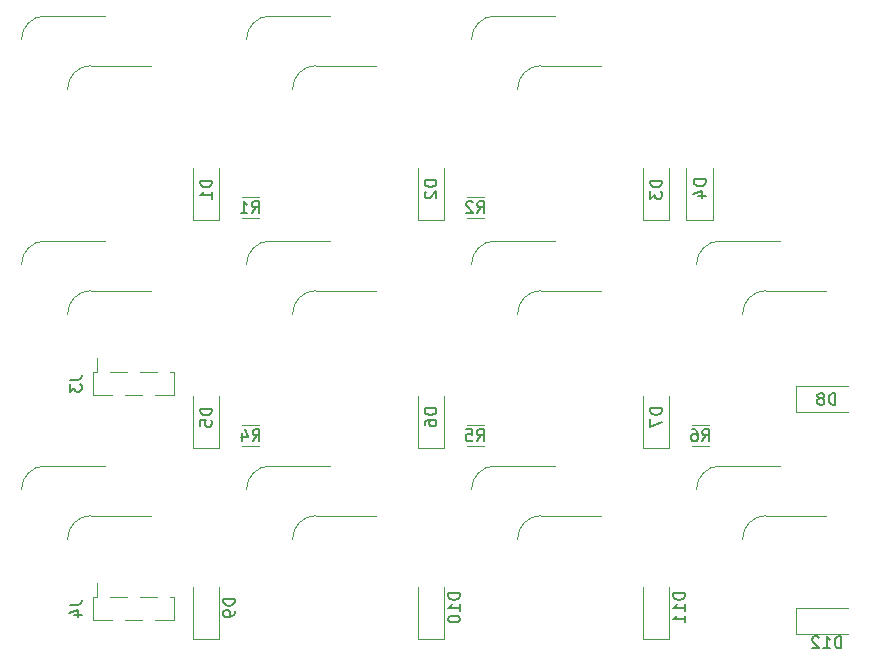
<source format=gbr>
G04 #@! TF.GenerationSoftware,KiCad,Pcbnew,8.0.6*
G04 #@! TF.CreationDate,2024-11-16T10:54:58+01:00*
G04 #@! TF.ProjectId,SwitchPCB,53776974-6368-4504-9342-2e6b69636164,rev?*
G04 #@! TF.SameCoordinates,Original*
G04 #@! TF.FileFunction,Legend,Bot*
G04 #@! TF.FilePolarity,Positive*
%FSLAX46Y46*%
G04 Gerber Fmt 4.6, Leading zero omitted, Abs format (unit mm)*
G04 Created by KiCad (PCBNEW 8.0.6) date 2024-11-16 10:54:58*
%MOMM*%
%LPD*%
G01*
G04 APERTURE LIST*
%ADD10C,0.150000*%
%ADD11C,0.120000*%
G04 APERTURE END LIST*
D10*
X167216666Y-70612819D02*
X167549999Y-70136628D01*
X167788094Y-70612819D02*
X167788094Y-69612819D01*
X167788094Y-69612819D02*
X167407142Y-69612819D01*
X167407142Y-69612819D02*
X167311904Y-69660438D01*
X167311904Y-69660438D02*
X167264285Y-69708057D01*
X167264285Y-69708057D02*
X167216666Y-69803295D01*
X167216666Y-69803295D02*
X167216666Y-69946152D01*
X167216666Y-69946152D02*
X167264285Y-70041390D01*
X167264285Y-70041390D02*
X167311904Y-70089009D01*
X167311904Y-70089009D02*
X167407142Y-70136628D01*
X167407142Y-70136628D02*
X167788094Y-70136628D01*
X166835713Y-69708057D02*
X166788094Y-69660438D01*
X166788094Y-69660438D02*
X166692856Y-69612819D01*
X166692856Y-69612819D02*
X166454761Y-69612819D01*
X166454761Y-69612819D02*
X166359523Y-69660438D01*
X166359523Y-69660438D02*
X166311904Y-69708057D01*
X166311904Y-69708057D02*
X166264285Y-69803295D01*
X166264285Y-69803295D02*
X166264285Y-69898533D01*
X166264285Y-69898533D02*
X166311904Y-70041390D01*
X166311904Y-70041390D02*
X166883332Y-70612819D01*
X166883332Y-70612819D02*
X166264285Y-70612819D01*
X186554819Y-67761905D02*
X185554819Y-67761905D01*
X185554819Y-67761905D02*
X185554819Y-68000000D01*
X185554819Y-68000000D02*
X185602438Y-68142857D01*
X185602438Y-68142857D02*
X185697676Y-68238095D01*
X185697676Y-68238095D02*
X185792914Y-68285714D01*
X185792914Y-68285714D02*
X185983390Y-68333333D01*
X185983390Y-68333333D02*
X186126247Y-68333333D01*
X186126247Y-68333333D02*
X186316723Y-68285714D01*
X186316723Y-68285714D02*
X186411961Y-68238095D01*
X186411961Y-68238095D02*
X186507200Y-68142857D01*
X186507200Y-68142857D02*
X186554819Y-68000000D01*
X186554819Y-68000000D02*
X186554819Y-67761905D01*
X185888152Y-69190476D02*
X186554819Y-69190476D01*
X185507200Y-68952381D02*
X186221485Y-68714286D01*
X186221485Y-68714286D02*
X186221485Y-69333333D01*
X132717319Y-103766666D02*
X133431604Y-103766666D01*
X133431604Y-103766666D02*
X133574461Y-103719047D01*
X133574461Y-103719047D02*
X133669700Y-103623809D01*
X133669700Y-103623809D02*
X133717319Y-103480952D01*
X133717319Y-103480952D02*
X133717319Y-103385714D01*
X133050652Y-104671428D02*
X133717319Y-104671428D01*
X132669700Y-104433333D02*
X133383985Y-104195238D01*
X133383985Y-104195238D02*
X133383985Y-104814285D01*
X165749819Y-102793714D02*
X164749819Y-102793714D01*
X164749819Y-102793714D02*
X164749819Y-103031809D01*
X164749819Y-103031809D02*
X164797438Y-103174666D01*
X164797438Y-103174666D02*
X164892676Y-103269904D01*
X164892676Y-103269904D02*
X164987914Y-103317523D01*
X164987914Y-103317523D02*
X165178390Y-103365142D01*
X165178390Y-103365142D02*
X165321247Y-103365142D01*
X165321247Y-103365142D02*
X165511723Y-103317523D01*
X165511723Y-103317523D02*
X165606961Y-103269904D01*
X165606961Y-103269904D02*
X165702200Y-103174666D01*
X165702200Y-103174666D02*
X165749819Y-103031809D01*
X165749819Y-103031809D02*
X165749819Y-102793714D01*
X165749819Y-104317523D02*
X165749819Y-103746095D01*
X165749819Y-104031809D02*
X164749819Y-104031809D01*
X164749819Y-104031809D02*
X164892676Y-103936571D01*
X164892676Y-103936571D02*
X164987914Y-103841333D01*
X164987914Y-103841333D02*
X165035533Y-103746095D01*
X164749819Y-104936571D02*
X164749819Y-105031809D01*
X164749819Y-105031809D02*
X164797438Y-105127047D01*
X164797438Y-105127047D02*
X164845057Y-105174666D01*
X164845057Y-105174666D02*
X164940295Y-105222285D01*
X164940295Y-105222285D02*
X165130771Y-105269904D01*
X165130771Y-105269904D02*
X165368866Y-105269904D01*
X165368866Y-105269904D02*
X165559342Y-105222285D01*
X165559342Y-105222285D02*
X165654580Y-105174666D01*
X165654580Y-105174666D02*
X165702200Y-105127047D01*
X165702200Y-105127047D02*
X165749819Y-105031809D01*
X165749819Y-105031809D02*
X165749819Y-104936571D01*
X165749819Y-104936571D02*
X165702200Y-104841333D01*
X165702200Y-104841333D02*
X165654580Y-104793714D01*
X165654580Y-104793714D02*
X165559342Y-104746095D01*
X165559342Y-104746095D02*
X165368866Y-104698476D01*
X165368866Y-104698476D02*
X165130771Y-104698476D01*
X165130771Y-104698476D02*
X164940295Y-104746095D01*
X164940295Y-104746095D02*
X164845057Y-104793714D01*
X164845057Y-104793714D02*
X164797438Y-104841333D01*
X164797438Y-104841333D02*
X164749819Y-104936571D01*
X197538094Y-86854819D02*
X197538094Y-85854819D01*
X197538094Y-85854819D02*
X197299999Y-85854819D01*
X197299999Y-85854819D02*
X197157142Y-85902438D01*
X197157142Y-85902438D02*
X197061904Y-85997676D01*
X197061904Y-85997676D02*
X197014285Y-86092914D01*
X197014285Y-86092914D02*
X196966666Y-86283390D01*
X196966666Y-86283390D02*
X196966666Y-86426247D01*
X196966666Y-86426247D02*
X197014285Y-86616723D01*
X197014285Y-86616723D02*
X197061904Y-86711961D01*
X197061904Y-86711961D02*
X197157142Y-86807200D01*
X197157142Y-86807200D02*
X197299999Y-86854819D01*
X197299999Y-86854819D02*
X197538094Y-86854819D01*
X196395237Y-86283390D02*
X196490475Y-86235771D01*
X196490475Y-86235771D02*
X196538094Y-86188152D01*
X196538094Y-86188152D02*
X196585713Y-86092914D01*
X196585713Y-86092914D02*
X196585713Y-86045295D01*
X196585713Y-86045295D02*
X196538094Y-85950057D01*
X196538094Y-85950057D02*
X196490475Y-85902438D01*
X196490475Y-85902438D02*
X196395237Y-85854819D01*
X196395237Y-85854819D02*
X196204761Y-85854819D01*
X196204761Y-85854819D02*
X196109523Y-85902438D01*
X196109523Y-85902438D02*
X196061904Y-85950057D01*
X196061904Y-85950057D02*
X196014285Y-86045295D01*
X196014285Y-86045295D02*
X196014285Y-86092914D01*
X196014285Y-86092914D02*
X196061904Y-86188152D01*
X196061904Y-86188152D02*
X196109523Y-86235771D01*
X196109523Y-86235771D02*
X196204761Y-86283390D01*
X196204761Y-86283390D02*
X196395237Y-86283390D01*
X196395237Y-86283390D02*
X196490475Y-86331009D01*
X196490475Y-86331009D02*
X196538094Y-86378628D01*
X196538094Y-86378628D02*
X196585713Y-86473866D01*
X196585713Y-86473866D02*
X196585713Y-86664342D01*
X196585713Y-86664342D02*
X196538094Y-86759580D01*
X196538094Y-86759580D02*
X196490475Y-86807200D01*
X196490475Y-86807200D02*
X196395237Y-86854819D01*
X196395237Y-86854819D02*
X196204761Y-86854819D01*
X196204761Y-86854819D02*
X196109523Y-86807200D01*
X196109523Y-86807200D02*
X196061904Y-86759580D01*
X196061904Y-86759580D02*
X196014285Y-86664342D01*
X196014285Y-86664342D02*
X196014285Y-86473866D01*
X196014285Y-86473866D02*
X196061904Y-86378628D01*
X196061904Y-86378628D02*
X196109523Y-86331009D01*
X196109523Y-86331009D02*
X196204761Y-86283390D01*
X146699819Y-103269905D02*
X145699819Y-103269905D01*
X145699819Y-103269905D02*
X145699819Y-103508000D01*
X145699819Y-103508000D02*
X145747438Y-103650857D01*
X145747438Y-103650857D02*
X145842676Y-103746095D01*
X145842676Y-103746095D02*
X145937914Y-103793714D01*
X145937914Y-103793714D02*
X146128390Y-103841333D01*
X146128390Y-103841333D02*
X146271247Y-103841333D01*
X146271247Y-103841333D02*
X146461723Y-103793714D01*
X146461723Y-103793714D02*
X146556961Y-103746095D01*
X146556961Y-103746095D02*
X146652200Y-103650857D01*
X146652200Y-103650857D02*
X146699819Y-103508000D01*
X146699819Y-103508000D02*
X146699819Y-103269905D01*
X146699819Y-104317524D02*
X146699819Y-104508000D01*
X146699819Y-104508000D02*
X146652200Y-104603238D01*
X146652200Y-104603238D02*
X146604580Y-104650857D01*
X146604580Y-104650857D02*
X146461723Y-104746095D01*
X146461723Y-104746095D02*
X146271247Y-104793714D01*
X146271247Y-104793714D02*
X145890295Y-104793714D01*
X145890295Y-104793714D02*
X145795057Y-104746095D01*
X145795057Y-104746095D02*
X145747438Y-104698476D01*
X145747438Y-104698476D02*
X145699819Y-104603238D01*
X145699819Y-104603238D02*
X145699819Y-104412762D01*
X145699819Y-104412762D02*
X145747438Y-104317524D01*
X145747438Y-104317524D02*
X145795057Y-104269905D01*
X145795057Y-104269905D02*
X145890295Y-104222286D01*
X145890295Y-104222286D02*
X146128390Y-104222286D01*
X146128390Y-104222286D02*
X146223628Y-104269905D01*
X146223628Y-104269905D02*
X146271247Y-104317524D01*
X146271247Y-104317524D02*
X146318866Y-104412762D01*
X146318866Y-104412762D02*
X146318866Y-104603238D01*
X146318866Y-104603238D02*
X146271247Y-104698476D01*
X146271247Y-104698476D02*
X146223628Y-104746095D01*
X146223628Y-104746095D02*
X146128390Y-104793714D01*
X167178166Y-89912819D02*
X167511499Y-89436628D01*
X167749594Y-89912819D02*
X167749594Y-88912819D01*
X167749594Y-88912819D02*
X167368642Y-88912819D01*
X167368642Y-88912819D02*
X167273404Y-88960438D01*
X167273404Y-88960438D02*
X167225785Y-89008057D01*
X167225785Y-89008057D02*
X167178166Y-89103295D01*
X167178166Y-89103295D02*
X167178166Y-89246152D01*
X167178166Y-89246152D02*
X167225785Y-89341390D01*
X167225785Y-89341390D02*
X167273404Y-89389009D01*
X167273404Y-89389009D02*
X167368642Y-89436628D01*
X167368642Y-89436628D02*
X167749594Y-89436628D01*
X166273404Y-88912819D02*
X166749594Y-88912819D01*
X166749594Y-88912819D02*
X166797213Y-89389009D01*
X166797213Y-89389009D02*
X166749594Y-89341390D01*
X166749594Y-89341390D02*
X166654356Y-89293771D01*
X166654356Y-89293771D02*
X166416261Y-89293771D01*
X166416261Y-89293771D02*
X166321023Y-89341390D01*
X166321023Y-89341390D02*
X166273404Y-89389009D01*
X166273404Y-89389009D02*
X166225785Y-89484247D01*
X166225785Y-89484247D02*
X166225785Y-89722342D01*
X166225785Y-89722342D02*
X166273404Y-89817580D01*
X166273404Y-89817580D02*
X166321023Y-89865200D01*
X166321023Y-89865200D02*
X166416261Y-89912819D01*
X166416261Y-89912819D02*
X166654356Y-89912819D01*
X166654356Y-89912819D02*
X166749594Y-89865200D01*
X166749594Y-89865200D02*
X166797213Y-89817580D01*
X184799819Y-102793714D02*
X183799819Y-102793714D01*
X183799819Y-102793714D02*
X183799819Y-103031809D01*
X183799819Y-103031809D02*
X183847438Y-103174666D01*
X183847438Y-103174666D02*
X183942676Y-103269904D01*
X183942676Y-103269904D02*
X184037914Y-103317523D01*
X184037914Y-103317523D02*
X184228390Y-103365142D01*
X184228390Y-103365142D02*
X184371247Y-103365142D01*
X184371247Y-103365142D02*
X184561723Y-103317523D01*
X184561723Y-103317523D02*
X184656961Y-103269904D01*
X184656961Y-103269904D02*
X184752200Y-103174666D01*
X184752200Y-103174666D02*
X184799819Y-103031809D01*
X184799819Y-103031809D02*
X184799819Y-102793714D01*
X184799819Y-104317523D02*
X184799819Y-103746095D01*
X184799819Y-104031809D02*
X183799819Y-104031809D01*
X183799819Y-104031809D02*
X183942676Y-103936571D01*
X183942676Y-103936571D02*
X184037914Y-103841333D01*
X184037914Y-103841333D02*
X184085533Y-103746095D01*
X184799819Y-105269904D02*
X184799819Y-104698476D01*
X184799819Y-104984190D02*
X183799819Y-104984190D01*
X183799819Y-104984190D02*
X183942676Y-104888952D01*
X183942676Y-104888952D02*
X184037914Y-104793714D01*
X184037914Y-104793714D02*
X184085533Y-104698476D01*
X148193666Y-89912819D02*
X148526999Y-89436628D01*
X148765094Y-89912819D02*
X148765094Y-88912819D01*
X148765094Y-88912819D02*
X148384142Y-88912819D01*
X148384142Y-88912819D02*
X148288904Y-88960438D01*
X148288904Y-88960438D02*
X148241285Y-89008057D01*
X148241285Y-89008057D02*
X148193666Y-89103295D01*
X148193666Y-89103295D02*
X148193666Y-89246152D01*
X148193666Y-89246152D02*
X148241285Y-89341390D01*
X148241285Y-89341390D02*
X148288904Y-89389009D01*
X148288904Y-89389009D02*
X148384142Y-89436628D01*
X148384142Y-89436628D02*
X148765094Y-89436628D01*
X147336523Y-89246152D02*
X147336523Y-89912819D01*
X147574618Y-88865200D02*
X147812713Y-89579485D01*
X147812713Y-89579485D02*
X147193666Y-89579485D01*
X182854819Y-67861905D02*
X181854819Y-67861905D01*
X181854819Y-67861905D02*
X181854819Y-68100000D01*
X181854819Y-68100000D02*
X181902438Y-68242857D01*
X181902438Y-68242857D02*
X181997676Y-68338095D01*
X181997676Y-68338095D02*
X182092914Y-68385714D01*
X182092914Y-68385714D02*
X182283390Y-68433333D01*
X182283390Y-68433333D02*
X182426247Y-68433333D01*
X182426247Y-68433333D02*
X182616723Y-68385714D01*
X182616723Y-68385714D02*
X182711961Y-68338095D01*
X182711961Y-68338095D02*
X182807200Y-68242857D01*
X182807200Y-68242857D02*
X182854819Y-68100000D01*
X182854819Y-68100000D02*
X182854819Y-67861905D01*
X181854819Y-68766667D02*
X181854819Y-69385714D01*
X181854819Y-69385714D02*
X182235771Y-69052381D01*
X182235771Y-69052381D02*
X182235771Y-69195238D01*
X182235771Y-69195238D02*
X182283390Y-69290476D01*
X182283390Y-69290476D02*
X182331009Y-69338095D01*
X182331009Y-69338095D02*
X182426247Y-69385714D01*
X182426247Y-69385714D02*
X182664342Y-69385714D01*
X182664342Y-69385714D02*
X182759580Y-69338095D01*
X182759580Y-69338095D02*
X182807200Y-69290476D01*
X182807200Y-69290476D02*
X182854819Y-69195238D01*
X182854819Y-69195238D02*
X182854819Y-68909524D01*
X182854819Y-68909524D02*
X182807200Y-68814286D01*
X182807200Y-68814286D02*
X182759580Y-68766667D01*
X182854819Y-87137905D02*
X181854819Y-87137905D01*
X181854819Y-87137905D02*
X181854819Y-87376000D01*
X181854819Y-87376000D02*
X181902438Y-87518857D01*
X181902438Y-87518857D02*
X181997676Y-87614095D01*
X181997676Y-87614095D02*
X182092914Y-87661714D01*
X182092914Y-87661714D02*
X182283390Y-87709333D01*
X182283390Y-87709333D02*
X182426247Y-87709333D01*
X182426247Y-87709333D02*
X182616723Y-87661714D01*
X182616723Y-87661714D02*
X182711961Y-87614095D01*
X182711961Y-87614095D02*
X182807200Y-87518857D01*
X182807200Y-87518857D02*
X182854819Y-87376000D01*
X182854819Y-87376000D02*
X182854819Y-87137905D01*
X181854819Y-88042667D02*
X181854819Y-88709333D01*
X181854819Y-88709333D02*
X182854819Y-88280762D01*
X148132166Y-70612819D02*
X148465499Y-70136628D01*
X148703594Y-70612819D02*
X148703594Y-69612819D01*
X148703594Y-69612819D02*
X148322642Y-69612819D01*
X148322642Y-69612819D02*
X148227404Y-69660438D01*
X148227404Y-69660438D02*
X148179785Y-69708057D01*
X148179785Y-69708057D02*
X148132166Y-69803295D01*
X148132166Y-69803295D02*
X148132166Y-69946152D01*
X148132166Y-69946152D02*
X148179785Y-70041390D01*
X148179785Y-70041390D02*
X148227404Y-70089009D01*
X148227404Y-70089009D02*
X148322642Y-70136628D01*
X148322642Y-70136628D02*
X148703594Y-70136628D01*
X147179785Y-70612819D02*
X147751213Y-70612819D01*
X147465499Y-70612819D02*
X147465499Y-69612819D01*
X147465499Y-69612819D02*
X147560737Y-69755676D01*
X147560737Y-69755676D02*
X147655975Y-69850914D01*
X147655975Y-69850914D02*
X147751213Y-69898533D01*
X144754819Y-87161905D02*
X143754819Y-87161905D01*
X143754819Y-87161905D02*
X143754819Y-87400000D01*
X143754819Y-87400000D02*
X143802438Y-87542857D01*
X143802438Y-87542857D02*
X143897676Y-87638095D01*
X143897676Y-87638095D02*
X143992914Y-87685714D01*
X143992914Y-87685714D02*
X144183390Y-87733333D01*
X144183390Y-87733333D02*
X144326247Y-87733333D01*
X144326247Y-87733333D02*
X144516723Y-87685714D01*
X144516723Y-87685714D02*
X144611961Y-87638095D01*
X144611961Y-87638095D02*
X144707200Y-87542857D01*
X144707200Y-87542857D02*
X144754819Y-87400000D01*
X144754819Y-87400000D02*
X144754819Y-87161905D01*
X143754819Y-88638095D02*
X143754819Y-88161905D01*
X143754819Y-88161905D02*
X144231009Y-88114286D01*
X144231009Y-88114286D02*
X144183390Y-88161905D01*
X144183390Y-88161905D02*
X144135771Y-88257143D01*
X144135771Y-88257143D02*
X144135771Y-88495238D01*
X144135771Y-88495238D02*
X144183390Y-88590476D01*
X144183390Y-88590476D02*
X144231009Y-88638095D01*
X144231009Y-88638095D02*
X144326247Y-88685714D01*
X144326247Y-88685714D02*
X144564342Y-88685714D01*
X144564342Y-88685714D02*
X144659580Y-88638095D01*
X144659580Y-88638095D02*
X144707200Y-88590476D01*
X144707200Y-88590476D02*
X144754819Y-88495238D01*
X144754819Y-88495238D02*
X144754819Y-88257143D01*
X144754819Y-88257143D02*
X144707200Y-88161905D01*
X144707200Y-88161905D02*
X144659580Y-88114286D01*
X132717319Y-84716666D02*
X133431604Y-84716666D01*
X133431604Y-84716666D02*
X133574461Y-84669047D01*
X133574461Y-84669047D02*
X133669700Y-84573809D01*
X133669700Y-84573809D02*
X133717319Y-84430952D01*
X133717319Y-84430952D02*
X133717319Y-84335714D01*
X132717319Y-85097619D02*
X132717319Y-85716666D01*
X132717319Y-85716666D02*
X133098271Y-85383333D01*
X133098271Y-85383333D02*
X133098271Y-85526190D01*
X133098271Y-85526190D02*
X133145890Y-85621428D01*
X133145890Y-85621428D02*
X133193509Y-85669047D01*
X133193509Y-85669047D02*
X133288747Y-85716666D01*
X133288747Y-85716666D02*
X133526842Y-85716666D01*
X133526842Y-85716666D02*
X133622080Y-85669047D01*
X133622080Y-85669047D02*
X133669700Y-85621428D01*
X133669700Y-85621428D02*
X133717319Y-85526190D01*
X133717319Y-85526190D02*
X133717319Y-85240476D01*
X133717319Y-85240476D02*
X133669700Y-85145238D01*
X133669700Y-85145238D02*
X133622080Y-85097619D01*
X186266666Y-89912819D02*
X186599999Y-89436628D01*
X186838094Y-89912819D02*
X186838094Y-88912819D01*
X186838094Y-88912819D02*
X186457142Y-88912819D01*
X186457142Y-88912819D02*
X186361904Y-88960438D01*
X186361904Y-88960438D02*
X186314285Y-89008057D01*
X186314285Y-89008057D02*
X186266666Y-89103295D01*
X186266666Y-89103295D02*
X186266666Y-89246152D01*
X186266666Y-89246152D02*
X186314285Y-89341390D01*
X186314285Y-89341390D02*
X186361904Y-89389009D01*
X186361904Y-89389009D02*
X186457142Y-89436628D01*
X186457142Y-89436628D02*
X186838094Y-89436628D01*
X185409523Y-88912819D02*
X185599999Y-88912819D01*
X185599999Y-88912819D02*
X185695237Y-88960438D01*
X185695237Y-88960438D02*
X185742856Y-89008057D01*
X185742856Y-89008057D02*
X185838094Y-89150914D01*
X185838094Y-89150914D02*
X185885713Y-89341390D01*
X185885713Y-89341390D02*
X185885713Y-89722342D01*
X185885713Y-89722342D02*
X185838094Y-89817580D01*
X185838094Y-89817580D02*
X185790475Y-89865200D01*
X185790475Y-89865200D02*
X185695237Y-89912819D01*
X185695237Y-89912819D02*
X185504761Y-89912819D01*
X185504761Y-89912819D02*
X185409523Y-89865200D01*
X185409523Y-89865200D02*
X185361904Y-89817580D01*
X185361904Y-89817580D02*
X185314285Y-89722342D01*
X185314285Y-89722342D02*
X185314285Y-89484247D01*
X185314285Y-89484247D02*
X185361904Y-89389009D01*
X185361904Y-89389009D02*
X185409523Y-89341390D01*
X185409523Y-89341390D02*
X185504761Y-89293771D01*
X185504761Y-89293771D02*
X185695237Y-89293771D01*
X185695237Y-89293771D02*
X185790475Y-89341390D01*
X185790475Y-89341390D02*
X185838094Y-89389009D01*
X185838094Y-89389009D02*
X185885713Y-89484247D01*
X163754819Y-67833905D02*
X162754819Y-67833905D01*
X162754819Y-67833905D02*
X162754819Y-68072000D01*
X162754819Y-68072000D02*
X162802438Y-68214857D01*
X162802438Y-68214857D02*
X162897676Y-68310095D01*
X162897676Y-68310095D02*
X162992914Y-68357714D01*
X162992914Y-68357714D02*
X163183390Y-68405333D01*
X163183390Y-68405333D02*
X163326247Y-68405333D01*
X163326247Y-68405333D02*
X163516723Y-68357714D01*
X163516723Y-68357714D02*
X163611961Y-68310095D01*
X163611961Y-68310095D02*
X163707200Y-68214857D01*
X163707200Y-68214857D02*
X163754819Y-68072000D01*
X163754819Y-68072000D02*
X163754819Y-67833905D01*
X162850057Y-68786286D02*
X162802438Y-68833905D01*
X162802438Y-68833905D02*
X162754819Y-68929143D01*
X162754819Y-68929143D02*
X162754819Y-69167238D01*
X162754819Y-69167238D02*
X162802438Y-69262476D01*
X162802438Y-69262476D02*
X162850057Y-69310095D01*
X162850057Y-69310095D02*
X162945295Y-69357714D01*
X162945295Y-69357714D02*
X163040533Y-69357714D01*
X163040533Y-69357714D02*
X163183390Y-69310095D01*
X163183390Y-69310095D02*
X163754819Y-68738667D01*
X163754819Y-68738667D02*
X163754819Y-69357714D01*
X198034285Y-107454819D02*
X198034285Y-106454819D01*
X198034285Y-106454819D02*
X197796190Y-106454819D01*
X197796190Y-106454819D02*
X197653333Y-106502438D01*
X197653333Y-106502438D02*
X197558095Y-106597676D01*
X197558095Y-106597676D02*
X197510476Y-106692914D01*
X197510476Y-106692914D02*
X197462857Y-106883390D01*
X197462857Y-106883390D02*
X197462857Y-107026247D01*
X197462857Y-107026247D02*
X197510476Y-107216723D01*
X197510476Y-107216723D02*
X197558095Y-107311961D01*
X197558095Y-107311961D02*
X197653333Y-107407200D01*
X197653333Y-107407200D02*
X197796190Y-107454819D01*
X197796190Y-107454819D02*
X198034285Y-107454819D01*
X196510476Y-107454819D02*
X197081904Y-107454819D01*
X196796190Y-107454819D02*
X196796190Y-106454819D01*
X196796190Y-106454819D02*
X196891428Y-106597676D01*
X196891428Y-106597676D02*
X196986666Y-106692914D01*
X196986666Y-106692914D02*
X197081904Y-106740533D01*
X196129523Y-106550057D02*
X196081904Y-106502438D01*
X196081904Y-106502438D02*
X195986666Y-106454819D01*
X195986666Y-106454819D02*
X195748571Y-106454819D01*
X195748571Y-106454819D02*
X195653333Y-106502438D01*
X195653333Y-106502438D02*
X195605714Y-106550057D01*
X195605714Y-106550057D02*
X195558095Y-106645295D01*
X195558095Y-106645295D02*
X195558095Y-106740533D01*
X195558095Y-106740533D02*
X195605714Y-106883390D01*
X195605714Y-106883390D02*
X196177142Y-107454819D01*
X196177142Y-107454819D02*
X195558095Y-107454819D01*
X144754819Y-67861905D02*
X143754819Y-67861905D01*
X143754819Y-67861905D02*
X143754819Y-68100000D01*
X143754819Y-68100000D02*
X143802438Y-68242857D01*
X143802438Y-68242857D02*
X143897676Y-68338095D01*
X143897676Y-68338095D02*
X143992914Y-68385714D01*
X143992914Y-68385714D02*
X144183390Y-68433333D01*
X144183390Y-68433333D02*
X144326247Y-68433333D01*
X144326247Y-68433333D02*
X144516723Y-68385714D01*
X144516723Y-68385714D02*
X144611961Y-68338095D01*
X144611961Y-68338095D02*
X144707200Y-68242857D01*
X144707200Y-68242857D02*
X144754819Y-68100000D01*
X144754819Y-68100000D02*
X144754819Y-67861905D01*
X144754819Y-69385714D02*
X144754819Y-68814286D01*
X144754819Y-69100000D02*
X143754819Y-69100000D01*
X143754819Y-69100000D02*
X143897676Y-69004762D01*
X143897676Y-69004762D02*
X143992914Y-68909524D01*
X143992914Y-68909524D02*
X144040533Y-68814286D01*
X163754819Y-87137905D02*
X162754819Y-87137905D01*
X162754819Y-87137905D02*
X162754819Y-87376000D01*
X162754819Y-87376000D02*
X162802438Y-87518857D01*
X162802438Y-87518857D02*
X162897676Y-87614095D01*
X162897676Y-87614095D02*
X162992914Y-87661714D01*
X162992914Y-87661714D02*
X163183390Y-87709333D01*
X163183390Y-87709333D02*
X163326247Y-87709333D01*
X163326247Y-87709333D02*
X163516723Y-87661714D01*
X163516723Y-87661714D02*
X163611961Y-87614095D01*
X163611961Y-87614095D02*
X163707200Y-87518857D01*
X163707200Y-87518857D02*
X163754819Y-87376000D01*
X163754819Y-87376000D02*
X163754819Y-87137905D01*
X162754819Y-88566476D02*
X162754819Y-88376000D01*
X162754819Y-88376000D02*
X162802438Y-88280762D01*
X162802438Y-88280762D02*
X162850057Y-88233143D01*
X162850057Y-88233143D02*
X162992914Y-88137905D01*
X162992914Y-88137905D02*
X163183390Y-88090286D01*
X163183390Y-88090286D02*
X163564342Y-88090286D01*
X163564342Y-88090286D02*
X163659580Y-88137905D01*
X163659580Y-88137905D02*
X163707200Y-88185524D01*
X163707200Y-88185524D02*
X163754819Y-88280762D01*
X163754819Y-88280762D02*
X163754819Y-88471238D01*
X163754819Y-88471238D02*
X163707200Y-88566476D01*
X163707200Y-88566476D02*
X163659580Y-88614095D01*
X163659580Y-88614095D02*
X163564342Y-88661714D01*
X163564342Y-88661714D02*
X163326247Y-88661714D01*
X163326247Y-88661714D02*
X163231009Y-88614095D01*
X163231009Y-88614095D02*
X163183390Y-88566476D01*
X163183390Y-88566476D02*
X163135771Y-88471238D01*
X163135771Y-88471238D02*
X163135771Y-88280762D01*
X163135771Y-88280762D02*
X163183390Y-88185524D01*
X163183390Y-88185524D02*
X163231009Y-88137905D01*
X163231009Y-88137905D02*
X163326247Y-88090286D01*
D11*
G04 #@! TO.C,SW9*
X149670000Y-92025000D02*
X154770000Y-92025000D01*
X153570000Y-96225000D02*
X158670000Y-96225000D01*
X147670000Y-94025000D02*
G75*
G02*
X149670000Y-92025000I1999999J1D01*
G01*
X151570000Y-98225000D02*
G75*
G02*
X153570000Y-96225000I1999999J1D01*
G01*
G04 #@! TO.C,SW11*
X187770000Y-92025000D02*
X192870000Y-92025000D01*
X191670000Y-96225000D02*
X196770000Y-96225000D01*
X185770000Y-94025000D02*
G75*
G02*
X187770000Y-92025000I1999999J1D01*
G01*
X189670000Y-98225000D02*
G75*
G02*
X191670000Y-96225000I1999999J1D01*
G01*
G04 #@! TO.C,SW4*
X130620000Y-72975000D02*
X135720000Y-72975000D01*
X134520000Y-77175000D02*
X139620000Y-77175000D01*
X128620000Y-74975000D02*
G75*
G02*
X130620000Y-72975000I1999999J1D01*
G01*
X132520000Y-79175000D02*
G75*
G02*
X134520000Y-77175000I1999999J1D01*
G01*
G04 #@! TO.C,SW6*
X168720000Y-72975000D02*
X173820000Y-72975000D01*
X172620000Y-77175000D02*
X177720000Y-77175000D01*
X166720000Y-74975000D02*
G75*
G02*
X168720000Y-72975000I1999999J1D01*
G01*
X170620000Y-79175000D02*
G75*
G02*
X172620000Y-77175000I1999999J1D01*
G01*
G04 #@! TO.C,SW5*
X149670000Y-72975000D02*
X154770000Y-72975000D01*
X153570000Y-77175000D02*
X158670000Y-77175000D01*
X147670000Y-74975000D02*
G75*
G02*
X149670000Y-72975000I1999999J1D01*
G01*
X151570000Y-79175000D02*
G75*
G02*
X153570000Y-77175000I1999999J1D01*
G01*
G04 #@! TO.C,SW8*
X130620000Y-92025000D02*
X135720000Y-92025000D01*
X134520000Y-96225000D02*
X139620000Y-96225000D01*
X128620000Y-94025000D02*
G75*
G02*
X130620000Y-92025000I1999999J1D01*
G01*
X132520000Y-98225000D02*
G75*
G02*
X134520000Y-96225000I1999999J1D01*
G01*
G04 #@! TO.C,SW7*
X187770000Y-72975000D02*
X192870000Y-72975000D01*
X191670000Y-77175000D02*
X196770000Y-77175000D01*
X185770000Y-74975000D02*
G75*
G02*
X187770000Y-72975000I1999999J1D01*
G01*
X189670000Y-79175000D02*
G75*
G02*
X191670000Y-77175000I1999999J1D01*
G01*
G04 #@! TO.C,SW10*
X168720000Y-92025000D02*
X173820000Y-92025000D01*
X172620000Y-96225000D02*
X177720000Y-96225000D01*
X166720000Y-94025000D02*
G75*
G02*
X168720000Y-92025000I1999999J1D01*
G01*
X170620000Y-98225000D02*
G75*
G02*
X172620000Y-96225000I1999999J1D01*
G01*
G04 #@! TO.C,SW3*
X168720000Y-53925000D02*
X173820000Y-53925000D01*
X172620000Y-58125000D02*
X177720000Y-58125000D01*
X166720000Y-55925000D02*
G75*
G02*
X168720000Y-53925000I1999999J1D01*
G01*
X170620000Y-60125000D02*
G75*
G02*
X172620000Y-58125000I1999999J1D01*
G01*
G04 #@! TO.C,SW1*
X130620000Y-53925000D02*
X135720000Y-53925000D01*
X134520000Y-58125000D02*
X139620000Y-58125000D01*
X128620000Y-55925000D02*
G75*
G02*
X130620000Y-53925000I1999999J1D01*
G01*
X132520000Y-60125000D02*
G75*
G02*
X134520000Y-58125000I1999999J1D01*
G01*
G04 #@! TO.C,SW2*
X149670000Y-53925000D02*
X154770000Y-53925000D01*
X153570000Y-58125000D02*
X158670000Y-58125000D01*
X147670000Y-55925000D02*
G75*
G02*
X149670000Y-53925000I1999999J1D01*
G01*
X151570000Y-60125000D02*
G75*
G02*
X153570000Y-58125000I1999999J1D01*
G01*
G04 #@! TO.C,R2*
X167777064Y-69240000D02*
X166322936Y-69240000D01*
X167777064Y-71060000D02*
X166322936Y-71060000D01*
G04 #@! TO.C,D4*
X184918000Y-66825000D02*
X184918000Y-71235000D01*
X184918000Y-71235000D02*
X187138000Y-71235000D01*
X187138000Y-71235000D02*
X187138000Y-66825000D01*
G04 #@! TO.C,J4*
X134702500Y-105060000D02*
X134702500Y-103140000D01*
X134987500Y-103140000D02*
X134702500Y-103140000D01*
X134987500Y-103140000D02*
X134987500Y-101910000D01*
X136257500Y-105060000D02*
X134702500Y-105060000D01*
X137527500Y-103140000D02*
X136157500Y-103140000D01*
X138797500Y-105060000D02*
X137427500Y-105060000D01*
X140067500Y-103140000D02*
X138697500Y-103140000D01*
X141522500Y-103140000D02*
X141237500Y-103140000D01*
X141522500Y-105060000D02*
X139967500Y-105060000D01*
X141522500Y-105060000D02*
X141522500Y-103140000D01*
G04 #@! TO.C,D10*
X162185000Y-102258000D02*
X162185000Y-106668000D01*
X162185000Y-106668000D02*
X164405000Y-106668000D01*
X164405000Y-106668000D02*
X164405000Y-102258000D01*
G04 #@! TO.C,D8*
X194160000Y-85242000D02*
X194160000Y-87462000D01*
X194160000Y-87462000D02*
X198570000Y-87462000D01*
X198570000Y-85242000D02*
X194160000Y-85242000D01*
G04 #@! TO.C,D9*
X143135000Y-102258000D02*
X143135000Y-106668000D01*
X143135000Y-106668000D02*
X145355000Y-106668000D01*
X145355000Y-106668000D02*
X145355000Y-102258000D01*
G04 #@! TO.C,R5*
X167777064Y-88540000D02*
X166322936Y-88540000D01*
X167777064Y-90360000D02*
X166322936Y-90360000D01*
G04 #@! TO.C,D11*
X181235000Y-102258000D02*
X181235000Y-106668000D01*
X181235000Y-106668000D02*
X183455000Y-106668000D01*
X183455000Y-106668000D02*
X183455000Y-102258000D01*
G04 #@! TO.C,R4*
X148727064Y-88540000D02*
X147272936Y-88540000D01*
X148727064Y-90360000D02*
X147272936Y-90360000D01*
G04 #@! TO.C,D3*
X181235000Y-66822000D02*
X181235000Y-71232000D01*
X181235000Y-71232000D02*
X183455000Y-71232000D01*
X183455000Y-71232000D02*
X183455000Y-66822000D01*
G04 #@! TO.C,D7*
X181235000Y-86126000D02*
X181235000Y-90536000D01*
X181235000Y-90536000D02*
X183455000Y-90536000D01*
X183455000Y-90536000D02*
X183455000Y-86126000D01*
G04 #@! TO.C,R1*
X148727064Y-69240000D02*
X147272936Y-69240000D01*
X148727064Y-71060000D02*
X147272936Y-71060000D01*
G04 #@! TO.C,D5*
X143135000Y-86126000D02*
X143135000Y-90536000D01*
X143135000Y-90536000D02*
X145355000Y-90536000D01*
X145355000Y-90536000D02*
X145355000Y-86126000D01*
G04 #@! TO.C,J3*
X134702500Y-86010000D02*
X134702500Y-84090000D01*
X134987500Y-84090000D02*
X134702500Y-84090000D01*
X134987500Y-84090000D02*
X134987500Y-82860000D01*
X136257500Y-86010000D02*
X134702500Y-86010000D01*
X137527500Y-84090000D02*
X136157500Y-84090000D01*
X138797500Y-86010000D02*
X137427500Y-86010000D01*
X140067500Y-84090000D02*
X138697500Y-84090000D01*
X141522500Y-84090000D02*
X141237500Y-84090000D01*
X141522500Y-86010000D02*
X139967500Y-86010000D01*
X141522500Y-86010000D02*
X141522500Y-84090000D01*
G04 #@! TO.C,R6*
X186827064Y-88540000D02*
X185372936Y-88540000D01*
X186827064Y-90360000D02*
X185372936Y-90360000D01*
G04 #@! TO.C,D2*
X162185000Y-66822000D02*
X162185000Y-71232000D01*
X162185000Y-71232000D02*
X164405000Y-71232000D01*
X164405000Y-71232000D02*
X164405000Y-66822000D01*
G04 #@! TO.C,D12*
X194160000Y-104038000D02*
X194160000Y-106258000D01*
X194160000Y-106258000D02*
X198570000Y-106258000D01*
X198570000Y-104038000D02*
X194160000Y-104038000D01*
G04 #@! TO.C,D1*
X143135000Y-66822000D02*
X143135000Y-71232000D01*
X143135000Y-71232000D02*
X145355000Y-71232000D01*
X145355000Y-71232000D02*
X145355000Y-66822000D01*
G04 #@! TO.C,D6*
X162185000Y-86126000D02*
X162185000Y-90536000D01*
X162185000Y-90536000D02*
X164405000Y-90536000D01*
X164405000Y-90536000D02*
X164405000Y-86126000D01*
G04 #@! TD*
M02*

</source>
